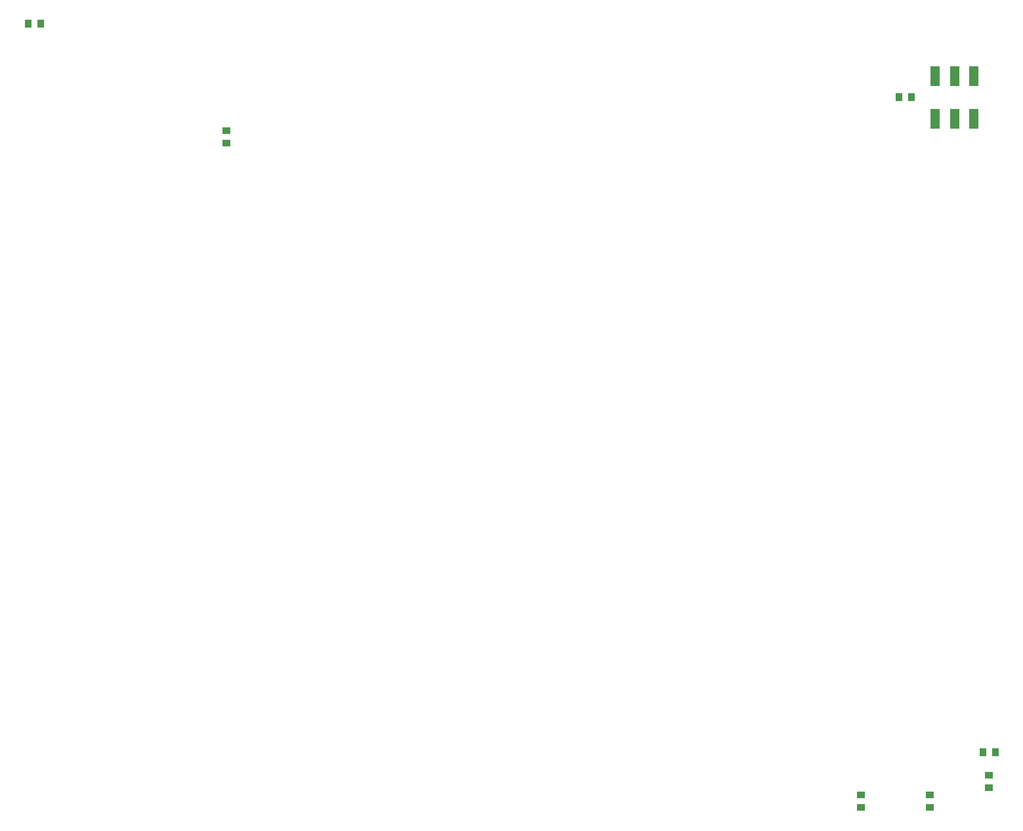
<source format=gbr>
G04 EAGLE Gerber RS-274X export*
G75*
%MOMM*%
%FSLAX34Y34*%
%LPD*%
%INSolderpaste Top*%
%IPPOS*%
%AMOC8*
5,1,8,0,0,1.08239X$1,22.5*%
G01*
%ADD10R,0.949959X1.031241*%
%ADD11R,1.200000X2.500000*%
%ADD12R,1.031241X0.949959*%


D10*
X80899Y1130300D03*
X96901Y1130300D03*
D11*
X1251350Y1007550D03*
X1276350Y1007550D03*
X1301350Y1007550D03*
X1251350Y1062550D03*
X1276350Y1062550D03*
X1301350Y1062550D03*
D12*
X336550Y992251D03*
X336550Y976249D03*
D10*
X1204849Y1035050D03*
X1220851Y1035050D03*
D12*
X1320800Y144399D03*
X1320800Y160401D03*
X1244600Y135001D03*
X1244600Y118999D03*
X1155700Y135001D03*
X1155700Y118999D03*
D10*
X1312799Y190500D03*
X1328801Y190500D03*
M02*

</source>
